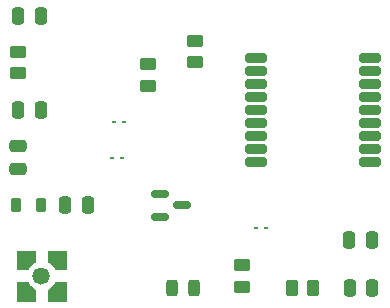
<source format=gbr>
%TF.GenerationSoftware,KiCad,Pcbnew,8.0.8*%
%TF.CreationDate,2025-02-07T12:49:18+01:00*%
%TF.ProjectId,PGE_GPS_PCB,5047455f-4750-4535-9f50-43422e6b6963,rev?*%
%TF.SameCoordinates,Original*%
%TF.FileFunction,Paste,Top*%
%TF.FilePolarity,Positive*%
%FSLAX46Y46*%
G04 Gerber Fmt 4.6, Leading zero omitted, Abs format (unit mm)*
G04 Created by KiCad (PCBNEW 8.0.8) date 2025-02-07 12:49:18*
%MOMM*%
%LPD*%
G01*
G04 APERTURE LIST*
G04 Aperture macros list*
%AMRoundRect*
0 Rectangle with rounded corners*
0 $1 Rounding radius*
0 $2 $3 $4 $5 $6 $7 $8 $9 X,Y pos of 4 corners*
0 Add a 4 corners polygon primitive as box body*
4,1,4,$2,$3,$4,$5,$6,$7,$8,$9,$2,$3,0*
0 Add four circle primitives for the rounded corners*
1,1,$1+$1,$2,$3*
1,1,$1+$1,$4,$5*
1,1,$1+$1,$6,$7*
1,1,$1+$1,$8,$9*
0 Add four rect primitives between the rounded corners*
20,1,$1+$1,$2,$3,$4,$5,0*
20,1,$1+$1,$4,$5,$6,$7,0*
20,1,$1+$1,$6,$7,$8,$9,0*
20,1,$1+$1,$8,$9,$2,$3,0*%
G04 Aperture macros list end*
%ADD10C,0.001000*%
%ADD11RoundRect,0.062500X-0.117500X-0.062500X0.117500X-0.062500X0.117500X0.062500X-0.117500X0.062500X0*%
%ADD12RoundRect,0.250000X0.450000X-0.262500X0.450000X0.262500X-0.450000X0.262500X-0.450000X-0.262500X0*%
%ADD13RoundRect,0.250000X-0.250000X-0.475000X0.250000X-0.475000X0.250000X0.475000X-0.250000X0.475000X0*%
%ADD14RoundRect,0.062500X0.117500X0.062500X-0.117500X0.062500X-0.117500X-0.062500X0.117500X-0.062500X0*%
%ADD15RoundRect,0.243750X-0.243750X-0.456250X0.243750X-0.456250X0.243750X0.456250X-0.243750X0.456250X0*%
%ADD16RoundRect,0.218750X0.218750X0.381250X-0.218750X0.381250X-0.218750X-0.381250X0.218750X-0.381250X0*%
%ADD17RoundRect,0.150000X-0.587500X-0.150000X0.587500X-0.150000X0.587500X0.150000X-0.587500X0.150000X0*%
%ADD18RoundRect,0.250000X0.475000X-0.250000X0.475000X0.250000X-0.475000X0.250000X-0.475000X-0.250000X0*%
%ADD19RoundRect,0.200000X-0.700000X-0.200000X0.700000X-0.200000X0.700000X0.200000X-0.700000X0.200000X0*%
%ADD20C,1.470000*%
%ADD21RoundRect,0.250000X-0.262500X-0.450000X0.262500X-0.450000X0.262500X0.450000X-0.262500X0.450000X0*%
%ADD22RoundRect,0.250000X-0.450000X0.262500X-0.450000X-0.262500X0.450000X-0.262500X0.450000X0.262500X0*%
G04 APERTURE END LIST*
D10*
%TO.C,J1*%
X136465000Y-92820700D02*
X136359942Y-92871065D01*
X136168416Y-93003687D01*
X136003687Y-93168416D01*
X135871065Y-93359942D01*
X135820700Y-93465000D01*
X134895000Y-93465000D01*
X134895000Y-91890000D01*
X136465000Y-91890000D01*
X136465000Y-92820700D01*
G36*
X136465000Y-92820700D02*
G01*
X136359942Y-92871065D01*
X136168416Y-93003687D01*
X136003687Y-93168416D01*
X135871065Y-93359942D01*
X135820700Y-93465000D01*
X134895000Y-93465000D01*
X134895000Y-91890000D01*
X136465000Y-91890000D01*
X136465000Y-92820700D01*
G37*
X135871065Y-94640058D02*
X136003687Y-94831584D01*
X136168416Y-94996313D01*
X136359942Y-95128935D01*
X136465000Y-95179300D01*
X136465000Y-96110000D01*
X134895000Y-96110000D01*
X134895000Y-94535000D01*
X135820700Y-94535000D01*
X135871065Y-94640058D01*
G36*
X135871065Y-94640058D02*
G01*
X136003687Y-94831584D01*
X136168416Y-94996313D01*
X136359942Y-95128935D01*
X136465000Y-95179300D01*
X136465000Y-96110000D01*
X134895000Y-96110000D01*
X134895000Y-94535000D01*
X135820700Y-94535000D01*
X135871065Y-94640058D01*
G37*
X139105000Y-93465000D02*
X138179300Y-93465000D01*
X138128935Y-93359942D01*
X137996313Y-93168415D01*
X137831585Y-93003687D01*
X137640058Y-92871065D01*
X137535000Y-92820700D01*
X137535000Y-91890000D01*
X139105000Y-91890000D01*
X139105000Y-93465000D01*
G36*
X139105000Y-93465000D02*
G01*
X138179300Y-93465000D01*
X138128935Y-93359942D01*
X137996313Y-93168415D01*
X137831585Y-93003687D01*
X137640058Y-92871065D01*
X137535000Y-92820700D01*
X137535000Y-91890000D01*
X139105000Y-91890000D01*
X139105000Y-93465000D01*
G37*
X139105000Y-96110000D02*
X137535000Y-96110000D01*
X137535000Y-95179300D01*
X137640058Y-95128935D01*
X137831584Y-94996313D01*
X137996313Y-94831584D01*
X138128935Y-94640058D01*
X138179300Y-94535000D01*
X139105000Y-94535000D01*
X139105000Y-96110000D01*
G36*
X139105000Y-96110000D02*
G01*
X137535000Y-96110000D01*
X137535000Y-95179300D01*
X137640058Y-95128935D01*
X137831584Y-94996313D01*
X137996313Y-94831584D01*
X138128935Y-94640058D01*
X138179300Y-94535000D01*
X139105000Y-94535000D01*
X139105000Y-96110000D01*
G37*
%TD*%
D11*
%TO.C,D1*%
X156000000Y-90000000D03*
X155160000Y-90000000D03*
%TD*%
D12*
%TO.C,R5*%
X146000000Y-77912500D03*
X146000000Y-76087500D03*
%TD*%
D13*
%TO.C,C5*%
X135050000Y-72000000D03*
X136950000Y-72000000D03*
%TD*%
D14*
%TO.C,D3*%
X143000000Y-84000000D03*
X143840000Y-84000000D03*
%TD*%
D15*
%TO.C,D2*%
X148062500Y-95000000D03*
X149937500Y-95000000D03*
%TD*%
D13*
%TO.C,C8*%
X163100000Y-95000000D03*
X165000000Y-95000000D03*
%TD*%
%TO.C,C6*%
X163050000Y-91000000D03*
X164950000Y-91000000D03*
%TD*%
D16*
%TO.C,L1*%
X137000000Y-88000000D03*
X134875000Y-88000000D03*
%TD*%
D12*
%TO.C,R4*%
X150000000Y-75912500D03*
X150000000Y-74087500D03*
%TD*%
D17*
%TO.C,Q1*%
X147000000Y-87100000D03*
X147000000Y-89000000D03*
X148875000Y-88050000D03*
%TD*%
D13*
%TO.C,C1*%
X139000000Y-88000000D03*
X140900000Y-88000000D03*
%TD*%
%TO.C,C3*%
X135050000Y-80000000D03*
X136950000Y-80000000D03*
%TD*%
D18*
%TO.C,C2*%
X135000000Y-84950000D03*
X135000000Y-83050000D03*
%TD*%
D12*
%TO.C,R1*%
X135050000Y-76862500D03*
X135050000Y-75037500D03*
%TD*%
D19*
%TO.C,U1*%
X155150000Y-75600000D03*
X155150000Y-76700000D03*
X155150000Y-77800000D03*
X155150000Y-78900000D03*
X155150000Y-80000000D03*
X155150000Y-81100000D03*
X155150000Y-82200000D03*
X155150000Y-83300000D03*
X155150000Y-84400000D03*
X164850000Y-84400000D03*
X164850000Y-83300000D03*
X164850000Y-82200000D03*
X164850000Y-81100000D03*
X164850000Y-80000000D03*
X164850000Y-78900000D03*
X164850000Y-77800000D03*
X164850000Y-76700000D03*
X164850000Y-75600000D03*
%TD*%
D20*
%TO.C,J1*%
X137000000Y-94000000D03*
%TD*%
D21*
%TO.C,R3*%
X158175000Y-95000000D03*
X160000000Y-95000000D03*
%TD*%
D14*
%TO.C,D4*%
X143160000Y-81000000D03*
X144000000Y-81000000D03*
%TD*%
D22*
%TO.C,R2*%
X154000000Y-93087500D03*
X154000000Y-94912500D03*
%TD*%
M02*

</source>
